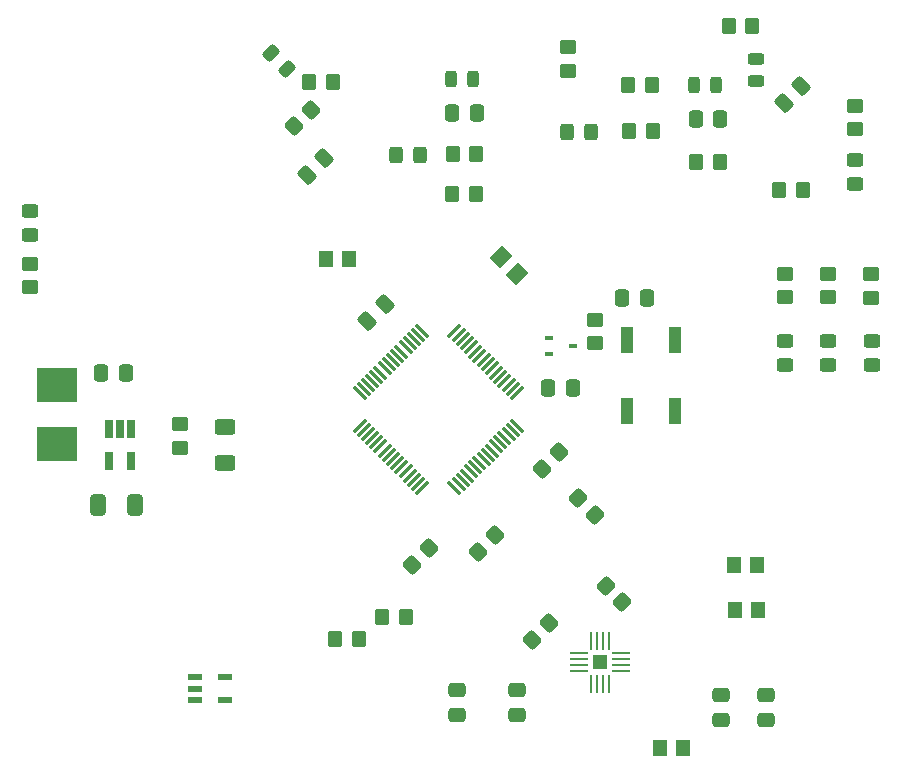
<source format=gbr>
%TF.GenerationSoftware,KiCad,Pcbnew,7.0.10*%
%TF.CreationDate,2024-03-08T11:24:00-05:00*%
%TF.ProjectId,TrumpetMelody,5472756d-7065-4744-9d65-6c6f64792e6b,rev?*%
%TF.SameCoordinates,Original*%
%TF.FileFunction,Paste,Top*%
%TF.FilePolarity,Positive*%
%FSLAX46Y46*%
G04 Gerber Fmt 4.6, Leading zero omitted, Abs format (unit mm)*
G04 Created by KiCad (PCBNEW 7.0.10) date 2024-03-08 11:24:00*
%MOMM*%
%LPD*%
G01*
G04 APERTURE LIST*
G04 Aperture macros list*
%AMRoundRect*
0 Rectangle with rounded corners*
0 $1 Rounding radius*
0 $2 $3 $4 $5 $6 $7 $8 $9 X,Y pos of 4 corners*
0 Add a 4 corners polygon primitive as box body*
4,1,4,$2,$3,$4,$5,$6,$7,$8,$9,$2,$3,0*
0 Add four circle primitives for the rounded corners*
1,1,$1+$1,$2,$3*
1,1,$1+$1,$4,$5*
1,1,$1+$1,$6,$7*
1,1,$1+$1,$8,$9*
0 Add four rect primitives between the rounded corners*
20,1,$1+$1,$2,$3,$4,$5,0*
20,1,$1+$1,$4,$5,$6,$7,0*
20,1,$1+$1,$6,$7,$8,$9,0*
20,1,$1+$1,$8,$9,$2,$3,0*%
%AMRotRect*
0 Rectangle, with rotation*
0 The origin of the aperture is its center*
0 $1 length*
0 $2 width*
0 $3 Rotation angle, in degrees counterclockwise*
0 Add horizontal line*
21,1,$1,$2,0,0,$3*%
G04 Aperture macros list end*
%ADD10R,1.285000X1.470000*%
%ADD11RoundRect,0.250000X-0.450000X0.350000X-0.450000X-0.350000X0.450000X-0.350000X0.450000X0.350000X0*%
%ADD12RoundRect,0.250000X-0.350000X-0.450000X0.350000X-0.450000X0.350000X0.450000X-0.350000X0.450000X0*%
%ADD13RoundRect,0.250000X-0.070711X0.565685X-0.565685X0.070711X0.070711X-0.565685X0.565685X-0.070711X0*%
%ADD14RoundRect,0.250000X0.070711X-0.565685X0.565685X-0.070711X-0.070711X0.565685X-0.565685X0.070711X0*%
%ADD15RoundRect,0.250000X-0.097227X0.574524X-0.574524X0.097227X0.097227X-0.574524X0.574524X-0.097227X0*%
%ADD16RoundRect,0.250000X0.337500X0.475000X-0.337500X0.475000X-0.337500X-0.475000X0.337500X-0.475000X0*%
%ADD17RoundRect,0.243750X-0.494975X-0.150260X-0.150260X-0.494975X0.494975X0.150260X0.150260X0.494975X0*%
%ADD18RoundRect,0.250000X0.350000X0.450000X-0.350000X0.450000X-0.350000X-0.450000X0.350000X-0.450000X0*%
%ADD19RoundRect,0.243750X0.456250X-0.243750X0.456250X0.243750X-0.456250X0.243750X-0.456250X-0.243750X0*%
%ADD20RoundRect,0.250000X-0.565685X-0.070711X-0.070711X-0.565685X0.565685X0.070711X0.070711X0.565685X0*%
%ADD21RoundRect,0.250000X-0.475000X0.337500X-0.475000X-0.337500X0.475000X-0.337500X0.475000X0.337500X0*%
%ADD22RoundRect,0.250000X0.450000X-0.350000X0.450000X0.350000X-0.450000X0.350000X-0.450000X-0.350000X0*%
%ADD23RoundRect,0.250000X0.450000X-0.325000X0.450000X0.325000X-0.450000X0.325000X-0.450000X-0.325000X0*%
%ADD24R,0.254000X1.498600*%
%ADD25R,1.498600X0.254000*%
%ADD26R,1.244600X1.244600*%
%ADD27RoundRect,0.250000X-0.450000X0.325000X-0.450000X-0.325000X0.450000X-0.325000X0.450000X0.325000X0*%
%ADD28R,0.650000X1.560000*%
%ADD29R,3.500000X3.000000*%
%ADD30RoundRect,0.243750X-0.243750X-0.456250X0.243750X-0.456250X0.243750X0.456250X-0.243750X0.456250X0*%
%ADD31R,1.000000X2.250000*%
%ADD32RoundRect,0.250000X-0.325000X-0.450000X0.325000X-0.450000X0.325000X0.450000X-0.325000X0.450000X0*%
%ADD33RoundRect,0.250000X-0.337500X-0.475000X0.337500X-0.475000X0.337500X0.475000X-0.337500X0.475000X0*%
%ADD34RotRect,1.285000X1.470000X315.000000*%
%ADD35RoundRect,0.250000X-0.412500X-0.650000X0.412500X-0.650000X0.412500X0.650000X-0.412500X0.650000X0*%
%ADD36RoundRect,0.075000X0.441942X0.548008X-0.548008X-0.441942X-0.441942X-0.548008X0.548008X0.441942X0*%
%ADD37RoundRect,0.075000X-0.441942X0.548008X-0.548008X0.441942X0.441942X-0.548008X0.548008X-0.441942X0*%
%ADD38RoundRect,0.243750X0.243750X0.456250X-0.243750X0.456250X-0.243750X-0.456250X0.243750X-0.456250X0*%
%ADD39R,0.700000X0.450000*%
%ADD40RoundRect,0.088500X-0.516500X-0.206500X0.516500X-0.206500X0.516500X0.206500X-0.516500X0.206500X0*%
%ADD41RoundRect,0.250000X0.097227X-0.574524X0.574524X-0.097227X-0.097227X0.574524X-0.574524X0.097227X0*%
%ADD42RoundRect,0.250000X0.625000X-0.400000X0.625000X0.400000X-0.625000X0.400000X-0.625000X-0.400000X0*%
G04 APERTURE END LIST*
D10*
%TO.C,FB5*%
X203878000Y-112014000D03*
X205824000Y-112014000D03*
%TD*%
D11*
%TO.C,R15*%
X218097000Y-71866000D03*
X218097000Y-73866000D03*
%TD*%
D12*
%TO.C,R4*%
X174133000Y-55626000D03*
X176133000Y-55626000D03*
%TD*%
D13*
%TO.C,R23*%
X184294214Y-95105786D03*
X182880000Y-96520000D03*
%TD*%
D14*
%TO.C,R3*%
X172901893Y-59381107D03*
X174316107Y-57966893D03*
%TD*%
%TO.C,R11*%
X193040000Y-102870000D03*
X194454214Y-101455786D03*
%TD*%
D12*
%TO.C,R20*%
X186318041Y-61770219D03*
X188318041Y-61770219D03*
%TD*%
D15*
%TO.C,C17*%
X215836078Y-55937745D03*
X214368832Y-57404991D03*
%TD*%
D16*
%TO.C,C19*%
X188342060Y-58301493D03*
X186267060Y-58301493D03*
%TD*%
D17*
%TO.C,D1*%
X170914087Y-53185087D03*
X172239913Y-54510913D03*
%TD*%
D10*
%TO.C,FB2*%
X210144000Y-96520000D03*
X212090000Y-96520000D03*
%TD*%
D18*
%TO.C,R9*%
X208904403Y-62394663D03*
X206904403Y-62394663D03*
%TD*%
D19*
%TO.C,D2*%
X211963000Y-55547500D03*
X211963000Y-53672500D03*
%TD*%
D20*
%TO.C,R26*%
X199245786Y-98280786D03*
X200660000Y-99695000D03*
%TD*%
D21*
%TO.C,C13*%
X191770000Y-107145000D03*
X191770000Y-109220000D03*
%TD*%
D12*
%TO.C,R21*%
X176381296Y-102761319D03*
X178381296Y-102761319D03*
%TD*%
D22*
%TO.C,R18*%
X220328375Y-59632634D03*
X220328375Y-57632634D03*
%TD*%
D10*
%TO.C,FB3*%
X212131000Y-100330000D03*
X210185000Y-100330000D03*
%TD*%
D13*
%TO.C,R2*%
X195269214Y-86955786D03*
X193855000Y-88370000D03*
%TD*%
D23*
%TO.C,D13*%
X221784857Y-79599857D03*
X221784857Y-77549857D03*
%TD*%
D24*
%TO.C,U3*%
X199505001Y-102984300D03*
X199005000Y-102984300D03*
X198505000Y-102984300D03*
X198004999Y-102984300D03*
D25*
X196964300Y-104024999D03*
X196964300Y-104525000D03*
X196964300Y-105025000D03*
X196964300Y-105525001D03*
D24*
X198004999Y-106565700D03*
X198505000Y-106565700D03*
X199005000Y-106565700D03*
X199505001Y-106565700D03*
D25*
X200545700Y-105525001D03*
X200545700Y-105025000D03*
X200545700Y-104525000D03*
X200545700Y-104024999D03*
D26*
X198755000Y-104775000D03*
%TD*%
D27*
%TO.C,D10*%
X150495000Y-66530000D03*
X150495000Y-68580000D03*
%TD*%
D28*
%TO.C,U2*%
X159065000Y-85010000D03*
X158115000Y-85010000D03*
X157165000Y-85010000D03*
X157165000Y-87710000D03*
X159065000Y-87710000D03*
%TD*%
D29*
%TO.C,LQH1*%
X152781000Y-86280000D03*
X152781000Y-81280000D03*
%TD*%
D30*
%TO.C,D3*%
X186133500Y-55372000D03*
X188008500Y-55372000D03*
%TD*%
D21*
%TO.C,C12*%
X212831667Y-107578444D03*
X212831667Y-109653444D03*
%TD*%
%TO.C,C10*%
X186690000Y-107145000D03*
X186690000Y-109220000D03*
%TD*%
D12*
%TO.C,R6*%
X186272737Y-65143476D03*
X188272737Y-65143476D03*
%TD*%
D31*
%TO.C,SW1*%
X205105000Y-77470000D03*
X205105000Y-83470000D03*
X201105000Y-77470000D03*
X201105000Y-83470000D03*
%TD*%
D12*
%TO.C,R22*%
X180340000Y-100965000D03*
X182340000Y-100965000D03*
%TD*%
D22*
%TO.C,R17*%
X150495000Y-73025000D03*
X150495000Y-71025000D03*
%TD*%
D12*
%TO.C,R8*%
X213965738Y-64805458D03*
X215965738Y-64805458D03*
%TD*%
D32*
%TO.C,D7*%
X195952000Y-59877781D03*
X198002000Y-59877781D03*
%TD*%
D23*
%TO.C,D12*%
X218097000Y-79581000D03*
X218097000Y-77531000D03*
%TD*%
D33*
%TO.C,C6*%
X200677011Y-73914000D03*
X202752011Y-73914000D03*
%TD*%
%TO.C,C9*%
X194394000Y-81534000D03*
X196469000Y-81534000D03*
%TD*%
D12*
%TO.C,R19*%
X201233946Y-59823090D03*
X203233946Y-59823090D03*
%TD*%
D15*
%TO.C,C11*%
X175431846Y-62058154D03*
X173964600Y-63525400D03*
%TD*%
D33*
%TO.C,C18*%
X206874152Y-58783961D03*
X208949152Y-58783961D03*
%TD*%
D22*
%TO.C,R1*%
X198322970Y-77747943D03*
X198322970Y-75747943D03*
%TD*%
D34*
%TO.C,FB4*%
X190368570Y-70480570D03*
X191744600Y-71856600D03*
%TD*%
D22*
%TO.C,R7*%
X196035339Y-54695220D03*
X196035339Y-52695220D03*
%TD*%
D20*
%TO.C,R25*%
X196929515Y-90899070D03*
X198343729Y-92313284D03*
%TD*%
D23*
%TO.C,D11*%
X214468000Y-79581000D03*
X214468000Y-77531000D03*
%TD*%
D32*
%TO.C,D9*%
X181467602Y-61802042D03*
X183517602Y-61802042D03*
%TD*%
D33*
%TO.C,GRM21*%
X156569500Y-80264000D03*
X158644500Y-80264000D03*
%TD*%
D21*
%TO.C,C14*%
X209042338Y-107578444D03*
X209042338Y-109653444D03*
%TD*%
D35*
%TO.C,GRM31*%
X156298500Y-91440000D03*
X159423500Y-91440000D03*
%TD*%
D10*
%TO.C,FB1*%
X175605000Y-70620000D03*
X177551000Y-70620000D03*
%TD*%
D14*
%TO.C,R24*%
X188450786Y-95394214D03*
X189865000Y-93980000D03*
%TD*%
D36*
%TO.C,U1*%
X191750464Y-82003302D03*
X191396911Y-81649749D03*
X191043358Y-81296196D03*
X190689804Y-80942642D03*
X190336251Y-80589089D03*
X189982697Y-80235535D03*
X189629144Y-79881982D03*
X189275591Y-79528429D03*
X188922037Y-79174875D03*
X188568484Y-78821322D03*
X188214931Y-78467769D03*
X187861377Y-78114215D03*
X187507824Y-77760662D03*
X187154270Y-77407108D03*
X186800717Y-77053555D03*
X186447164Y-76700002D03*
D37*
X183724802Y-76700002D03*
X183371249Y-77053555D03*
X183017696Y-77407108D03*
X182664142Y-77760662D03*
X182310589Y-78114215D03*
X181957035Y-78467769D03*
X181603482Y-78821322D03*
X181249929Y-79174875D03*
X180896375Y-79528429D03*
X180542822Y-79881982D03*
X180189269Y-80235535D03*
X179835715Y-80589089D03*
X179482162Y-80942642D03*
X179128608Y-81296196D03*
X178775055Y-81649749D03*
X178421502Y-82003302D03*
D36*
X178421502Y-84725664D03*
X178775055Y-85079217D03*
X179128608Y-85432770D03*
X179482162Y-85786324D03*
X179835715Y-86139877D03*
X180189269Y-86493431D03*
X180542822Y-86846984D03*
X180896375Y-87200537D03*
X181249929Y-87554091D03*
X181603482Y-87907644D03*
X181957035Y-88261197D03*
X182310589Y-88614751D03*
X182664142Y-88968304D03*
X183017696Y-89321858D03*
X183371249Y-89675411D03*
X183724802Y-90028964D03*
D37*
X186447164Y-90028964D03*
X186800717Y-89675411D03*
X187154270Y-89321858D03*
X187507824Y-88968304D03*
X187861377Y-88614751D03*
X188214931Y-88261197D03*
X188568484Y-87907644D03*
X188922037Y-87554091D03*
X189275591Y-87200537D03*
X189629144Y-86846984D03*
X189982697Y-86493431D03*
X190336251Y-86139877D03*
X190689804Y-85786324D03*
X191043358Y-85432770D03*
X191396911Y-85079217D03*
X191750464Y-84725664D03*
%TD*%
D11*
%TO.C,R14*%
X214468000Y-71866000D03*
X214468000Y-73866000D03*
%TD*%
D38*
%TO.C,D4*%
X208582500Y-55880000D03*
X206707500Y-55880000D03*
%TD*%
D11*
%TO.C,R16*%
X221731500Y-71894894D03*
X221731500Y-73894894D03*
%TD*%
D18*
%TO.C,R5*%
X211662118Y-50938708D03*
X209662118Y-50938708D03*
%TD*%
D39*
%TO.C,U4*%
X194453000Y-77328000D03*
X194453000Y-78628000D03*
X196453000Y-77978000D03*
%TD*%
D11*
%TO.C,ERJ1*%
X163195000Y-84598000D03*
X163195000Y-86598000D03*
%TD*%
D40*
%TO.C,U5*%
X164495000Y-106050000D03*
X164495000Y-107000000D03*
X164495000Y-107950000D03*
X167005000Y-107950000D03*
X167005000Y-106050000D03*
%TD*%
D18*
%TO.C,R10*%
X203168000Y-55905400D03*
X201168000Y-55905400D03*
%TD*%
D41*
%TO.C,C16*%
X179075954Y-75889246D03*
X180543200Y-74422000D03*
%TD*%
D42*
%TO.C,RC1206*%
X167005000Y-87910000D03*
X167005000Y-84810000D03*
%TD*%
D23*
%TO.C,D8*%
X220334656Y-64309273D03*
X220334656Y-62259273D03*
%TD*%
M02*

</source>
